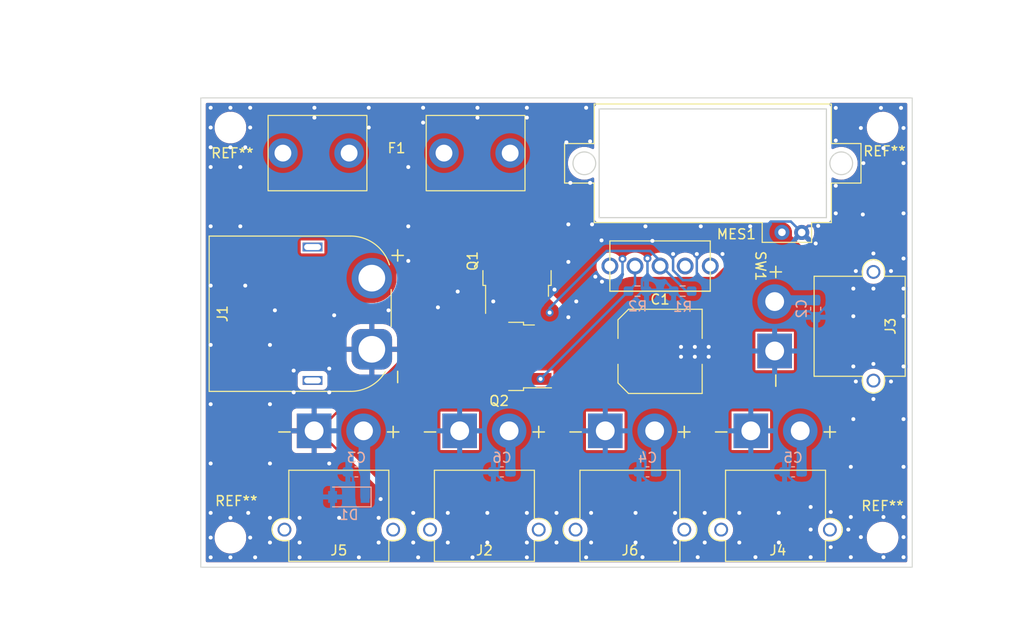
<source format=kicad_pcb>
(kicad_pcb (version 20211014) (generator pcbnew)
  (layers (0 "F.Cu" signal) (31 "B.Cu" signal) (34 "B.Paste" user) (35 "F.Paste" user) (36 "B.SilkS" user "B.Silkscreen") (37 "F.SilkS" user "F.Silkscreen") (38 "B.Mask" user) (39 "F.Mask" user) (44 "Edge.Cuts" user))
  (net 0 "")
  (net 1 "VDD")
  (net 2 "GND")
  (net 3 "+7.5V")
  (net 4 "Net-(F1-Pad2)")
  (net 5 "Net-(Q1-Pad3)")
  (net 6 "Net-(Q2-Pad1)")
  (footprint "MountingHole:MountingHole_2.2mm_M2" (layer "F.Cu") (at 165.92 108.006)
    (fp_text reference "REF**" (at 0 -3.2) (layer "F.SilkS"))
    (fp_text value "MountingHole_2.2mm_M2")
    (pad "" np_thru_hole circle (at 0 0) (size 2.2 2.2) (drill 2.2) (layers F&B.Cu *.Mask))
  )
  (footprint "Connector_AMASS:AMASS_XT30PW-M_1x02_P2.50mm_Horizontal" (layer "F.Cu") (at 137.854 97.201 180)
    (fp_text reference "J6" (at -2.5 -12.105) (layer "F.SilkS"))
    (fp_text value "Conn_01x02_Female")
    (fp_text user "-" (at 3 0) (layer "F.SilkS") (effects (font (size 1.5 1.5))))
    (fp_text user "+" (at -8 0) (layer "F.SilkS") (effects (font (size 1.5 1.5))))
    (pad "" thru_hole circle (at -8 -10 180) (size 1.4 1.4) (drill 1) (layers *.Cu *.Mask))
    (pad "" thru_hole circle (at 3 -10 180) (size 1.4 1.4) (drill 1) (layers *.Cu *.Mask))
    (pad "1" thru_hole rect (at 0 0 180) (size 3.5 3.5) (drill 1.9) (layers *.Cu *.Mask) (net 2 "GND"))
    (pad "2" thru_hole circle (at -5 0 180) (size 3.5 3.5) (drill 1.9) (layers *.Cu *.Mask) (net 1 "VDD"))
  )
  (footprint "MountingHole:MountingHole_2.2mm_M2" (layer "F.Cu") (at 99.92 108.006)
    (fp_text reference "REF**" (at 0.6 -3.7) (layer "F.SilkS"))
    (fp_text value "MountingHole_2.2mm_M2")
    (pad "" np_thru_hole circle (at 0 0) (size 2.2 2.2) (drill 2.2) (layers F&B.Cu *.Mask))
  )
  (footprint "Voltmeter:SuperSmallVoltmeter_twoline" (layer "F.Cu") (at 148.736 70.126)
    (fp_text reference "MES1" (at 2.384 7.18 unlocked) (layer "F.SilkS"))
    (fp_text value "Voltmeter_DC")
    (fp_line (start -11.5 5.5) (end 11.5 5.5) (layer "Edge.Cuts") (width 0.12))
    (fp_line (start 11.5 2) (end 11.5 -2) (layer "Edge.Cuts") (width 0.12))
    (fp_line (start -11.5 2) (end -11.5 5.5) (layer "Edge.Cuts") (width 0.12))
    (fp_line (start 11.5 -5.5) (end -11.5 -5.5) (layer "Edge.Cuts") (width 0.12))
    (fp_line (start -11.5 -5.5) (end -11.5 -2) (layer "Edge.Cuts") (width 0.12))
    (fp_line (start 11.5 5.5) (end 11.5 2) (layer "Edge.Cuts") (width 0.12))
    (fp_line (start -11.5 -2) (end -11.5 2) (layer "Edge.Cuts") (width 0.12))
    (fp_line (start 11.5 -2) (end 11.5 -5.5) (layer "Edge.Cuts") (width 0.12))
    (fp_circle (center -13 0) (end -14.15 0) (layer "Edge.Cuts") (width 0.12) (fill none))
    (fp_circle (center 13 0) (end 11.85 0) (layer "Edge.Cuts") (width 0.12) (fill none))
    (pad "1" thru_hole circle (at 9 7) (size 1.524 1.524) (drill 0.762) (layers *.Cu *.Mask) (net 2 "GND"))
    (pad "2" thru_hole circle (at 7 6.985) (size 1.524 1.524) (drill 0.762) (layers *.Cu *.Mask) (net 1 "VDD"))
  )
  (footprint "Capacitor_SMD:C_Elec_8x10.2" (layer "F.Cu") (at 143.402 89.16)
    (fp_text reference "C1" (at 0 -5.254) (layer "F.SilkS"))
    (fp_text value "C_Polarized")
    (pad "1" smd roundrect (at -3.6 0) (size 4.5 2.1) (layers "F.Cu" "F.Paste" "F.Mask") (roundrect_rratio 0.1190480952) (net 1 "VDD"))
    (pad "2" smd roundrect (at 3.6 0) (size 4.5 2.1) (layers "F.Cu" "F.Paste" "F.Mask") (roundrect_rratio 0.1190480952) (net 2 "GND"))
  )
  (footprint "Connector_AMASS:AMASS_XT30PW-M_1x02_P2.50mm_Horizontal" (layer "F.Cu") (at 152.586 97.201 180)
    (fp_text reference "J4" (at -2.734 -12.105) (layer "F.SilkS"))
    (fp_text value "Conn_01x02_Female")
    (fp_text user "+" (at -8 0) (layer "F.SilkS") (effects (font (size 1.5 1.5))))
    (fp_text user "-" (at 3 0) (layer "F.SilkS") (effects (font (size 1.5 1.5))))
    (pad "" thru_hole circle (at -8 -10 180) (size 1.4 1.4) (drill 1) (layers *.Cu *.Mask))
    (pad "" thru_hole circle (at 3 -10 180) (size 1.4 1.4) (drill 1) (layers *.Cu *.Mask))
    (pad "1" thru_hole rect (at 0 0 180) (size 3.5 3.5) (drill 1.9) (layers *.Cu *.Mask) (net 2 "GND"))
    (pad "2" thru_hole circle (at -5 0 180) (size 3.5 3.5) (drill 1.9) (layers *.Cu *.Mask) (net 1 "VDD"))
  )
  (footprint "Connector_AMASS:AMASS_XT30PW-M_1x02_P2.50mm_Horizontal" (layer "F.Cu") (at 123.122 97.201 180)
    (fp_text reference "J2" (at -2.5 -12.105) (layer "F.SilkS"))
    (fp_text value "Conn_01x02_Female")
    (fp_text user "-" (at 3 0) (layer "F.SilkS") (effects (font (size 1.5 1.5))))
    (fp_text user "+" (at -8 0) (layer "F.SilkS") (effects (font (size 1.5 1.5))))
    (pad "" thru_hole circle (at 3 -10 180) (size 1.4 1.4) (drill 1) (layers *.Cu *.Mask))
    (pad "" thru_hole circle (at -8 -10 180) (size 1.4 1.4) (drill 1) (layers *.Cu *.Mask))
    (pad "1" thru_hole rect (at 0 0 180) (size 3.5 3.5) (drill 1.9) (layers *.Cu *.Mask) (net 2 "GND"))
    (pad "2" thru_hole circle (at -5 0 180) (size 3.5 3.5) (drill 1.9) (layers *.Cu *.Mask) (net 1 "VDD"))
  )
  (footprint "Package_TO_SOT_SMD:TO-252-3_TabPin2" (layer "F.Cu") (at 128.924 80.016 90)
    (fp_text reference "Q1" (at 0 -4.5 90) (layer "F.SilkS"))
    (fp_text value "Q_PMOS_GDS")
    (pad "1" smd rect (at -4.2 -2.28 90) (size 2.2 1.2) (layers "F.Cu" "F.Paste" "F.Mask") (net 2 "GND"))
    (pad "2" smd rect (at -4.2 0 90) (size 2.2 1.2) (layers "F.Cu" "F.Paste" "F.Mask") (net 4 "Net-(F1-Pad2)"))
    (pad "2" smd rect (at 2.1 0 90) (size 6.4 5.8) (layers "F.Cu" "F.Mask") (net 4 "Net-(F1-Pad2)"))
    (pad "3" smd rect (at -4.2 2.28 90) (size 2.2 1.2) (layers "F.Cu" "F.Paste" "F.Mask") (net 5 "Net-(Q1-Pad3)"))
  )
  (footprint "Connector_AMASS:AMASS_XT30PW-M_1x02_P2.50mm_Horizontal" (layer "F.Cu") (at 108.39 97.201 180)
    (fp_text reference "J5" (at -2.5 -12.105) (layer "F.SilkS"))
    (fp_text value "Conn_01x02_Female")
    (fp_text user "+" (at -8 0) (layer "F.SilkS") (effects (font (size 1.5 1.5))))
    (fp_text user "-" (at 3 0) (layer "F.SilkS") (effects (font (size 1.5 1.5))))
    (pad "" thru_hole circle (at 3 -10 180) (size 1.4 1.4) (drill 1) (layers *.Cu *.Mask))
    (pad "" thru_hole circle (at -8 -10 180) (size 1.4 1.4) (drill 1) (layers *.Cu *.Mask))
    (pad "1" thru_hole rect (at 0 0 180) (size 3.5 3.5) (drill 1.9) (layers *.Cu *.Mask) (net 2 "GND"))
    (pad "2" thru_hole circle (at -5 0 180) (size 3.5 3.5) (drill 1.9) (layers *.Cu *.Mask) (net 1 "VDD"))
  )
  (footprint "Connector_AMASS:AMASS_XT30PW-M_1x02_P2.50mm_Horizontal" (layer "F.Cu") (at 154.999 89.12 -90)
    (fp_text reference "J3" (at -2.5 -11.721 90) (layer "F.SilkS"))
    (fp_text value "Conn_01x02_Female")
    (fp_text user "+" (at -8 0 90) (layer "F.SilkS") (effects (font (size 1.5 1.5))))
    (fp_text user "-" (at 3 0 90) (layer "F.SilkS") (effects (font (size 1.5 1.5))))
    (pad "" thru_hole circle (at 3 -10 270) (size 1.4 1.4) (drill 1) (layers *.Cu *.Mask))
    (pad "" thru_hole circle (at -8 -10 270) (size 1.4 1.4) (drill 1) (layers *.Cu *.Mask))
    (pad "1" thru_hole rect (at 0 0 270) (size 3.5 3.5) (drill 1.9) (layers *.Cu *.Mask) (net 2 "GND"))
    (pad "2" thru_hole circle (at -5 0 270) (size 3.5 3.5) (drill 1.9) (layers *.Cu *.Mask) (net 1 "VDD"))
  )
  (footprint "Toggle_Switch:3P_SPDT_5Pin_ToggleSwitch" (layer "F.Cu") (at 143.402 80.524 -90)
    (fp_text reference "SW1" (at 0 -10.16 -90 unlocked) (layer "F.SilkS"))
    (fp_text value "SW_SPDT")
    (pad "1" thru_hole circle (at 0 -2.54 270) (size 1.7 1.7) (drill 1.1) (layers *.Cu *.Mask))
    (pad "2" thru_hole circle (at 0 0 270) (size 1.7 1.7) (drill 1.1) (layers *.Cu *.Mask) (net 5 "Net-(Q1-Pad3)"))
    (pad "3" thru_hole circle (at 0 2.54 270) (size 1.7 1.7) (drill 1.1) (layers *.Cu *.Mask) (net 6 "Net-(Q2-Pad1)"))
    (pad "4" thru_hole circle (at 0 -5.08 270) (size 1.7 1.7) (drill 1.1) (layers *.Cu *.Mask))
    (pad "5" thru_hole circle (at 0 5.08 270) (size 1.7 1.7) (drill 1.1) (layers *.Cu *.Mask))
  )
  (footprint "MountingHole:MountingHole_2.2mm_M2" (layer "F.Cu") (at 165.92 66.506)
    (fp_text reference "REF**" (at 0.2 2.4) (layer "F.SilkS"))
    (fp_text value "MountingHole_2.2mm_M2")
    (pad "" np_thru_hole circle (at 0 0) (size 2.2 2.2) (drill 2.2) (layers F&B.Cu *.Mask))
  )
  (footprint "Fuse:FUC_03A" (layer "F.Cu") (at 116.732 69.094)
    (fp_text reference "F1" (at 0 -0.5 unlocked) (layer "F.SilkS"))
    (fp_text value "Fuse")
    (pad "1" thru_hole circle (at -11.5 0) (size 3 3) (drill 1.7) (layers *.Cu *.Mask) (net 3 "+7.5V"))
    (pad "1" thru_hole circle (at -4.8 0) (size 3 3) (drill 1.7) (layers *.Cu *.Mask) (net 3 "+7.5V"))
    (pad "2" thru_hole circle (at 4.8 0) (size 3 3) (drill 1.7) (layers *.Cu *.Mask) (net 4 "Net-(F1-Pad2)"))
    (pad "2" thru_hole circle (at 11.5 0) (size 3 3) (drill 1.7) (layers *.Cu *.Mask) (net 4 "Net-(F1-Pad2)"))
  )
  (footprint "Package_TO_SOT_SMD:TO-252-3_TabPin2" (layer "F.Cu") (at 127.111 89.669 180)
    (fp_text reference "Q2" (at 0 -4.5) (layer "F.SilkS"))
    (fp_text value "Q_PMOS_GDS")
    (pad "1" smd rect (at -4.2 -2.28 180) (size 2.2 1.2) (layers "F.Cu" "F.Paste" "F.Mask") (net 6 "Net-(Q2-Pad1)"))
    (pad "2" smd rect (at 2.1 0 180) (size 6.4 5.8) (layers "F.Cu" "F.Mask") (net 1 "VDD"))
    (pad "2" smd rect (at -4.2 0 180) (size 2.2 1.2) (layers "F.Cu" "F.Paste" "F.Mask") (net 1 "VDD"))
    (pad "3" smd rect (at -4.2 2.28 180) (size 2.2 1.2) (layers "F.Cu" "F.Paste" "F.Mask") (net 5 "Net-(Q1-Pad3)"))
  )
  (footprint "Connector_AMASS:AMASS_XT60PW-M_1x02_P7.20mm_Horizontal" (layer "F.Cu") (at 114.23 88.95 90)
    (fp_text reference "J1" (at 3.6 -15.11 90) (layer "F.SilkS"))
    (fp_text value "Conn_01x02_Female")
    (fp_text user "+" (at 9.5 2.5 90) (layer "F.SilkS") (effects (font (size 1.5 1.5))))
    (fp_text user "-" (at -2.8 2.5 90) (layer "F.SilkS") (effects (font (size 1.5 1.5))))
    (pad "" thru_hole rect (at -3.15 -6 90) (size 0.9 2) (drill oval 0.6 1.7) (layers *.Cu *.Mask))
    (pad "" thru_hole rect (at 10.35 -6 90) (size 0.9 2) (drill oval 0.6 1.7) (layers *.Cu *.Mask))
    (pad "1" thru_hole roundrect (at 0 0 90) (size 4.1 4.1) (drill 2.7) (layers *.Cu *.Mask) (net 2 "GND"))
    (pad "2" thru_hole circle (at 7.2 0 90) (size 4.1 4.1) (drill 2.7) (layers *.Cu *.Mask) (net 3 "+7.5V"))
  )
  (footprint "MountingHole:MountingHole_2.2mm_M2" (layer "F.Cu") (at 99.92 66.506)
    (fp_text reference "REF**" (at 0.2 2.6) (layer "F.SilkS"))
    (fp_text value "MountingHole_2.2mm_M2")
    (pad "" np_thru_hole circle (at 0 0) (size 2.2 2.2) (drill 2.2) (layers *.Cu *.Mask))
  )
  (footprint "Capacitor_SMD:C_0603_1608Metric_Pad1.08x0.95mm_HandSolder" (layer "B.Cu") (at 142.132 101.352 180)
    (fp_text reference "C4" (at 0 1.43) (layer "B.SilkS") (effects (justify mirror)))
    (fp_text value "C")
    (pad "1" smd roundrect (at -0.8625 0 180) (size 1.075 0.95) (layers "B.Cu" "B.Paste" "B.Mask") (net 1 "VDD"))
    (pad "2" smd roundrect (at 0.8625 0 180) (size 1.075 0.95) (layers "B.Cu" "B.Paste" "B.Mask") (net 2 "GND"))
  )
  (footprint "Resistor_SMD:R_0603_1608Metric_Pad0.98x0.95mm_HandSolder" (layer "B.Cu") (at 145.688 83.064)
    (fp_text reference "R1" (at 0 1.586) (layer "B.SilkS") (effects (justify mirror)))
    (fp_text value "10k")
    (pad "1" smd roundrect (at -0.9125 0) (size 0.975 0.95) (layers "B.Cu" "B.Paste" "B.Mask") (net 2 "GND"))
    (pad "2" smd roundrect (at 0.9125 0) (size 0.975 0.95) (layers "B.Cu" "B.Paste" "B.Mask") (net 5 "Net-(Q1-Pad3)"))
  )
  (footprint "Capacitor_SMD:C_0603_1608Metric_Pad1.08x0.95mm_HandSolder" (layer "B.Cu") (at 159.15 84.842 -90)
    (fp_text reference "C2" (at 0 1.43 90) (layer "B.SilkS") (effects (justify mirror)))
    (fp_text value "C")
    (pad "1" smd roundrect (at -0.8625 0 270) (size 1.075 0.95) (layers "B.Cu" "B.Paste" "B.Mask") (net 1 "VDD"))
    (pad "2" smd roundrect (at 0.8625 0 270) (size 1.075 0.95) (layers "B.Cu" "B.Paste" "B.Mask") (net 2 "GND"))
  )
  (footprint "Capacitor_SMD:C_0603_1608Metric_Pad1.08x0.95mm_HandSolder" (layer "B.Cu") (at 156.864 101.352 180)
    (fp_text reference "C5" (at 0 1.43) (layer "B.SilkS") (effects (justify mirror)))
    (fp_text value "C")
    (pad "1" smd roundrect (at -0.8625 0 180) (size 1.075 0.95) (layers "B.Cu" "B.Paste" "B.Mask") (net 1 "VDD"))
    (pad "2" smd roundrect (at 0.8625 0 180) (size 1.075 0.95) (layers "B.Cu" "B.Paste" "B.Mask") (net 2 "GND"))
  )
  (footprint "Capacitor_SMD:C_0603_1608Metric_Pad1.08x0.95mm_HandSolder" (layer "B.Cu") (at 112.668 101.352 180)
    (fp_text reference "C3" (at 0 1.43) (layer "B.SilkS") (effects (justify mirror)))
    (fp_text value "C")
    (pad "1" smd roundrect (at -0.8625 0 180) (size 1.075 0.95) (layers "B.Cu" "B.Paste" "B.Mask") (net 1 "VDD"))
    (pad "2" smd roundrect (at 0.8625 0 180) (size 1.075 0.95) (layers "B.Cu" "B.Paste" "B.Mask") (net 2 "GND"))
  )
  (footprint "Capacitor_SMD:C_0603_1608Metric_Pad1.08x0.95mm_HandSolder" (layer "B.Cu") (at 127.4 101.352 180)
    (fp_text reference "C6" (at 0 1.43) (layer "B.SilkS") (effects (justify mirror)))
    (fp_text value "C")
    (pad "1" smd roundrect (at -0.8625 0 180) (size 1.075 0.95) (layers "B.Cu" "B.Paste" "B.Mask") (net 1 "VDD"))
    (pad "2" smd roundrect (at 0.8625 0 180) (size 1.075 0.95) (layers "B.Cu" "B.Paste" "B.Mask") (net 2 "GND"))
  )
  (footprint "Diode_SMD:D_SOD-123" (layer "B.Cu") (at 111.906 103.892 180)
    (fp_text reference "D1" (at 0 -1.814) (layer "B.SilkS") (effects (justify mirror)))
    (fp_text value "D")
    (pad "1" smd rect (at -1.65 0 180) (size 0.9 1.2) (layers "B.Cu" "B.Paste" "B.Mask") (net 1 "VDD"))
    (pad "2" smd rect (at 1.65 0 180) (size 0.9 1.2) (layers "B.Cu" "B.Paste" "B.Mask") (net 2 "GND"))
  )
  (footprint "Resistor_SMD:R_0603_1608Metric_Pad0.98x0.95mm_HandSolder" (layer "B.Cu") (at 141.116 83.064 180)
    (fp_text reference "R2" (at -0.009 -1.536) (layer "B.SilkS") (effects (justify mirror)))
    (fp_text value "10k")
    (pad "1" smd roundrect (at -0.9125 0 180) (size 0.975 0.95) (layers "B.Cu" "B.Paste" "B.Mask") (net 2 "GND"))
    (pad "2" smd roundrect (at 0.9125 0 180) (size 0.975 0.95) (layers "B.Cu" "B.Paste" "B.Mask") (net 6 "Net-(Q2-Pad1)"))
  )
  (gr_rect (start 96.92 63.506) (end 168.92 111.006) (layer "Edge.Cuts") (width 0.1) (fill none))
  (segment (start 142.304 101.651) (end 155.549 101.651) (width 5) (layer "F.Cu") (net 1))
  (segment (start 158.899 84.12) (end 159.449 84.67) (width 5) (layer "F.Cu") (net 1))
  (segment (start 154.324 79.545) (end 159.449 84.67) (width 2.5) (layer "F.Cu") (net 1))
  (segment (start 148.552 93.986) (end 148.136 93.57) (width 2.5) (layer "F.Cu") (net 1))
  (segment (start 124.86 92.751) (end 126.146873 92.751) (width 5) (layer "F.Cu") (net 1))
  (segment (start 147.785138 84.12) (end 143.616 84.12) (width 2) (layer "F.Cu") (net 1))
  (segment (start 146.756825 85.17) (end 159.076 85.17) (width 4) (layer "F.Cu") (net 1))
  (segment (start 150.716 85.91) (end 150.716 90.650162) (width 2.5) (layer "F.Cu") (net 1))
  (segment (start 155.736 77.111) (end 155.736 80.908127) (width 2) (layer "F.Cu") (net 1))
  (segment (start 154.999 84.12) (end 152.524127 84.12) (width 2.5) (layer "F.Cu") (net 1))
  (segment (start 143.780071 94.110071) (end 145.688 96.018) (width 5) (layer "F.Cu") (net 1))
  (segment (start 154.999 84.12) (end 158.899 84.12) (width 5) (layer "F.Cu") (net 1))
  (segment (start 159.449 95.338) (end 157.586 97.201) (width 5) (layer "F.Cu") (net 1))
  (segment (start 142.304 92.751) (end 135.111 92.751) (width 5) (layer "F.Cu") (net 1))
  (segment (start 148.136 93.57) (end 148.136 92.91) (width 5) (layer "F.Cu") (net 1))
  (segment (start 142.854 97.201) (end 147.304 101.651) (width 5) (layer "F.Cu") (net 1))
  (segment (start 126.664 88.016) (end 127.4 88.016) (width 5) (layer "F.Cu") (net 1))
  (segment (start 157.586 97.201) (end 157.586 94.726127) (width 2.5) (layer "F.Cu") (net 1))
  (segment (start 148.136 91.66) (end 149.706162 91.66) (width 2.5) (layer "F.Cu") (net 1))
  (segment (start 142.304 92.751) (end 142.304 101.651) (width 5) (layer "F.Cu") (net 1))
  (segment (start 155.736 77.111) (end 154.794138 77.111) (width 2) (layer "F.Cu") (net 1))
  (segment (start 128.122 101.101) (end 128.122 97.201) (width 5) (layer "F.Cu") (net 1))
  (segment (start 151.799 92.32) (end 159.008 92.32) (width 2.5) (layer "F.Cu") (net 1))
  (segment (start 159.449 81.90163) (end 159.449 84.67) (width 2) (layer "F.Cu") (net 1))
  (segment (start 118.672 101.651) (end 118.672 95.256) (width 5) (layer "F.Cu") (net 1))
  (segment (start 150.798999 90.567163) (end 150.798999 85.91) (width 2.5) (layer "F.Cu") (net 1))
  (segment (start 131.711 95.249) (end 127.572 95.249) (width 5) (layer "F.Cu") (net 1))
  (segment (start 142.302001 86.62) (end 143.012001 85.91) (width 4) (layer "F.Cu") (net 1))
  (segment (start 159.449 84.67) (end 159.449 92.761) (width 5) (layer "F.Cu") (net 1))
  (segment (start 143.616 84.12) (end 142.302001 85.433999) (width 5) (layer "F.Cu") (net 1))
  (segment (start 127.4 88.016) (end 127.272 88.144) (width 5) (layer "F.Cu") (net 1))
  (segment (start 125.181 89.839) (end 132.325824 89.839) (width 2.5) (layer "F.Cu") (net 1))
  (segment (start 133.863 93.999) (end 135.111 92.751) (width 2.5) (layer "F.Cu") (net 1))
  (segment (start 149.706162 91.66) (end 150.798999 90.567163) (width 2.5) (layer "F.Cu") (net 1))
  (segment (start 157.77237 81.90163) (end 156.729503 81.90163) (width 2) (layer "F.Cu") (net 1))
  (segment (start 152.524127 84.12) (end 151.799 84.845127) (width 2.5) (layer "F.Cu") (net 1))
  (segment (start 155.605873 80.778) (end 155.736 80.908127) (width 2.5) (layer "F.Cu") (net 1))
  (segment (start 134.941 89.839) (end 135.111 89.669) (width 2.5) (layer "F.Cu") (net 1))
  (segment (start 124.905 101.651) (end 127.572 101.651) (width 5) (layer "F.Cu") (net 1))
  (segment (start 126.146873 92.751) (end 127.4 94.004127) (width 5) (layer "F.Cu") (net 1))
  (segment (start 152.546 81.667) (end 152.546 80.778) (width 2.5) (layer "F.Cu") (net 1))
  (segment (start 125.011 91.632) (end 128.122 94.743) (width 5) (layer "F.Cu") (net 1))
  (segment (start 142.854 93.301) (end 142.304 92.751) (width 5) (layer "F.Cu") (net 1))
  (segment (start 145.688 96.018) (end 148.136 93.57) (width 5) (layer "F.Cu") (net 1))
  (segment (start 125.011 89.669) (end 125.181 89.839) (width 2.5) (layer "F.Cu") (net 1))
  (segment (start 142.052 86.870001) (end 142.052 91.181929) (width 5) (layer "F.Cu") (net 1))
  (segment (start 123.486 88.144) (end 122.447 88.144) (width 5) (layer "F.Cu") (net 1))
  (segment (start 142.854 97.201) (end 142.854 92.212) (width 5) (layer "F.Cu") (net 1))
  (segment (start 154.999 84.12) (end 152.546 81.667) (width 2.5) (layer "F.Cu") (net 1))
  (segment (start 122.447 88.144) (end 119.399 91.192) (width 5) (layer "F.Cu") (net 1))
  (segment (start 125.011 89.669) (end 123.486 88.144) (width 5) (layer "F.Cu") (net 1))
  (segment (start 148.136 101.444) (end 147.929 101.651) (width 5) (layer "F.Cu") (net 1))
  (segment (start 118.672 92.751) (end 124.86 92.751) (width 5) (layer "F.Cu") (net 1))
  (segment (start 157.586 94.726127) (end 156.845873 93.986) (width 2.5) (layer "F.Cu") (net 1))
  (segment (start 155.736 77.111) (end 155.736 78.18863) (width 2) (layer "F.Cu") (net 1))
  (segment (start 142.302001 85.433999) (end 142.302001 86.62) (width 5) (layer "F.Cu") (net 1))
  (segment (start 155.736 77.111) (end 155.736 77.900688) (width 2) (layer "F.Cu") (net 1))
  (segment (start 135.111 89.669) (end 140.66 84.12) (width 5) (layer "F.Cu") (net 1))
  (segment (start 128.849127 93.999) (end 133.863 93.999) (width 2.5) (layer "F.Cu") (net 1))
  (segment (start 143.780071 92.91) (end 148.136 92.91) (width 5) (layer "F.Cu") (net 1))
  (segment (start 127.572 101.651) (end 128.122 101.101) (width 5) (layer "F.Cu") (net 1))
  (segment (start 159.449 81.613688) (end 159.449 84.67) (width 2) (layer "F.Cu") (net 1))
  (segment (start 131.311 89.669) (end 129.685 89.669) (width 2) (layer "F.Cu") (net 1))
  (segment (start 147.304 101.651) (end 157.036 101.651) (width 5) (layer "F.Cu") (net 1))
  (segment (start 135.111 92.751) (end 135.111 89.669) (width 5) (layer "F.Cu") (net 1))
  (segment (start 142.052 91.181929) (end 143.780071 92.91) (width 5) (layer "F.Cu") (net 1))
  (segment (start 143.012001 85.91) (end 146.016825 85.91) (width 4) (layer "F.Cu") (net 1))
  (segment (start 132.943 101.651) (end 133.404 101.19) (width 5) (layer "F.Cu") (net 1))
  (segment (start 156.845873 93.986) (end 148.552 93.986) (width 2.5) (layer "F.Cu") (net 1))
  (segment (start 142.304 101.651) (end 142.854 101.101) (width 5) (layer "F.Cu") (net 1))
  (segment (start 148.136 92.91) (end 148.136 91.66) (width 2.5) (layer "F.Cu") (net 1))
  (segment (start 159.449 84.797) (end 159.449 83.57826) (width 5) (layer "F.Cu") (net 1))
  (segment (start 133.404 101.19) (end 133.404 95.249) (width 5) (layer "F.Cu") (net 1))
  (segment (start 142.854 97.201) (end 142.854 93.301) (width 5) (layer "F.Cu") (net 1))
  (segment (start 129.685 89.669) (end 129.855 89.839) (width 2.5) (layer "F.Cu") (net 1))
  (segment (start 119.399 91.192) (end 123.488 91.192) (width 5) (layer "F.Cu") (net 1))
  (segment (start 132.181 95.719) (end 131.711 95.249) (width 5) (layer "F.Cu") (net 1))
  (segment (start 155.605873 80.535873) (end 154.324 79.254) (width 2.5) (layer "F.Cu") (net 1))
  (segment (start 157.036 101.651) (end 157.036 93.57) (width 5) (layer "F.Cu") (net 1))
  (segment (start 142.854 101.101) (end 142.854 97.201) (width 5) (layer "F.Cu") (net 1))
  (segment (start 155.736 77.900688) (end 159.449 81.613688) (width 2) (layer "F.Cu") (net 1))
  (segment (start 127.572 101.651) (end 132.181 101.651) (width 5) (layer "F.Cu") (net 1))
  (segment (start 125.011 89.669) (end 126.664 88.016) (width 5) (layer "F.Cu") (net 1))
  (segment (start 128.122 97.201) (end 128.122 94.726127) (width 5) (layer "F.Cu") (net 1))
  (segment (start 146.016825 85.91) (end 150.716 85.91) (width 4) (layer "F.Cu") (net 1))
  (segment (start 143.780071 92.91) (end 143.780071 94.110071) (width 5) (layer "F.Cu") (net 1))
  (segment (start 132.181 101.651) (end 132.943 101.651) (width 5) (layer "F.Cu") (net 1))
  (segment (start 142.302001 86.62) (end 142.052 86.870001) (width 5) (layer "F.Cu") (net 1))
  (segment (start 159.008 92.32) (end 159.449 92.761) (width 2.5) (layer "F.Cu") (net 1))
  (segment (start 124.905 101.651) (end 118.672 101.651) (width 5) (layer "F.Cu") (net 1))
  (segment (start 151.799 84.845127) (end 151.799 92.32) (width 2.5) (layer "F.Cu") (net 1))
  (segment (start 150.716 85.91) (end 150.798999 85.91) (width 4) (layer "F.Cu") (net 1))
  (segment (start 131.311 89.669) (end 139.293 89.669) (width 2) (layer "F.Cu") (net 1))
  (segment (start 128.122 94.726127) (end 127.4 94.004127) (width 5) (layer "F.Cu") (net 1))
  (segment (start 150.798999 85.91) (end 151.049 86.160001) (width 4) (layer "F.Cu") (net 1))
  (segment (start 142.854 92.212) (end 139.802 89.16) (width 5) (layer "F.Cu") (net 1))
  (segment (start 159.076 85.17) (end 159.449 84.797) (width 4) (layer "F.Cu") (net 1))
  (segment (start 118.672 95.256) (end 118.672 92.751) (width 5) (layer "F.Cu") (net 1))
  (segment (start 159.449 92.761) (end 159.449 99.238) (width 5) (layer "F.Cu") (net 1))
  (segment (start 159.449 83.57826) (end 157.77237 81.90163) (width 5) (layer "F.Cu") (net 1))
  (segment (start 127.4 94.004127) (end 127.4 88.016) (width 5) (layer "F.Cu") (net 1))
  (segment (start 132.181 101.651) (end 132.181 95.719) (width 5) (layer "F.Cu") (net 1))
  (segment (start 125.011 89.669) (end 125.011 91.632) (width 5) (layer "F.Cu") (net 1))
  (segment (start 146.016825 85.91) (end 146.756825 85.17) (width 4) (layer "F.Cu") (net 1))
  (segment (start 127.572 95.249) (end 127.572 101.651) (width 5) (layer "F.Cu") (net 1))
  (segment (start 113.39 97.201) (end 119.399 91.192) (width 5) (layer "F.Cu") (net 1))
  (segment (start 113.39 97.201) (end 117.84 101.651) (width 5) (layer "F.Cu") (net 1))
  (segment (start 159.449 84.797) (end 159.449 97.751) (width 5) (layer "F.Cu") (net 1))
  (segment (start 159.449 92.761) (end 159.449 95.338) (width 5) (layer "F.Cu") (net 1))
  (segment (start 159.449 81.90163) (end 157.77237 81.90163) (width 2) (layer "F.Cu") (net 1))
  (segment (start 150.716 90.650162) (end 149.706162 91.66) (width 2.5) (layer "F.Cu") (net 1))
  (segment (start 128.122 94.743) (end 128.122 97.201) (width 5) (layer "F.Cu") (net 1))
  (segment (start 139.293 89.669) (end 139.802 89.16) (width 2) (layer "F.Cu") (net 1))
  (segment (start 159.449 84.67) (end 159.449 84.797) (width 5) (layer "F.Cu") (net 1))
  (segment (start 143.616 84.12) (end 154.999 84.12) (width 5) (layer "F.Cu") (net 1))
  (segment (start 152.546 80.778) (end 155.605873 80.778) (width 2.5) (layer "F.Cu") (net 1))
  (segment (start 148.136 92.91) (end 148.136 101.444) (width 5) (layer "F.Cu") (net 1))
  (segment (start 128.122 94.726127) (end 128.849127 93.999) (width 2.5) (layer "F.Cu") (net 1))
  (segment (start 132.181 101.651) (end 142.304 101.651) (width 5) (layer "F.Cu") (net 1))
  (segment (start 157.586 99.614) (end 155.549 101.651) (width 5) (layer "F.Cu") (net 1))
  (segment (start 117.84 101.651) (end 124.905 101.651) (width 5) (layer "F.Cu") (net 1))
  (segment (start 140.66 84.12) (end 143.616 84.12) (width 5) (layer "F.Cu") (net 1))
  (segment (start 159.449 99.238) (end 157.036 101.651) (width 5) (layer "F.Cu") (net 1))
  (segment (start 159.449 97.751) (end 157.586 99.614) (width 5) (layer "F.Cu") (net 1))
  (segment (start 159.449 81.90163) (end 159.449 84.797) (width 2) (layer "F.Cu") (net 1))
  (segment (start 155.736 80.908127) (end 152.524127 84.12) (width 2) (layer "F.Cu") (net 1))
  (segment (start 129.685 89.669) (end 125.011 89.669) (width 2) (layer "F.Cu") (net 1))
  (segment (start 129.855 89.839) (end 134.941 89.839) (width 2.5) (layer "F.Cu") (net 1))
  (segment (start 155.605873 80.778) (end 155.605873 80.535873) (width 2.5) (layer "F.Cu") (net 1))
  (segment (start 157.586 97.201) (end 157.586 99.614) (width 5) (layer "F.Cu") (net 1))
  (segment (start 139.293 89.669) (end 135.111 89.669) (width 5) (layer "F.Cu") (net 1))
  (segment (start 154.794138 77.111) (end 147.785138 84.12) (width 2) (layer "F.Cu") (net 1))
  (segment (start 123.488 91.192) (end 125.011 89.669) (width 5) (layer "F.Cu") (net 1))
  (segment (start 127.272 88.144) (end 122.447 88.144) (width 5) (layer "F.Cu") (net 1))
  (segment (start 156.729503 81.90163) (end 155.736 80.908127) (width 2) (layer "F.Cu") (net 1))
  (segment (start 155.736 78.18863) (end 159.449 81.90163) (width 2) (layer "F.Cu") (net 1))
  (segment (start 154.324 79.254) (end 154.324 79.545) (width 2.5) (layer "F.Cu") (net 1))
  (segment (start 113.39 97.201) (end 113.39 101.2115) (width 1) (layer "B.Cu") (net 1))
  (segment (start 142.9945 97.3415) (end 142.854 97.201) (width 1) (layer "B.Cu") (net 1))
  (segment (start 128.2625 101.352) (end 128.2625 97.3415) (width 1) (layer "B.Cu") (net 1))
  (segment (start 155.1395 83.9795) (end 154.999 84.12) (width 1) (layer "B.Cu") (net 1))
  (segment (start 159.15 83.9795) (end 155.1395 83.9795) (width 1) (layer "B.Cu") (net 1))
  (segment (start 157.7265 101.352) (end 157.7265 97.3415) (width 1) (layer "B.Cu") (net 1))
  (segment (start 142.9945 101.352) (end 142.9945 97.3415) (width 1) (layer "B.Cu") (net 1))
  (segment (start 157.7265 97.3415) (end 157.586 97.201) (width 1) (layer "B.Cu") (net 1))
  (segment (start 113.556 103.892) (end 113.556 97.367) (width 1) (layer "B.Cu") (net 1))
  (segment (start 113.556 97.367) (end 113.39 97.201) (width 1) (layer "B.Cu") (net 1))
  (segment (start 113.39 101.2115) (end 113.5305 101.352) (width 1) (layer "B.Cu") (net 1))
  (segment (start 128.2625 97.3415) (end 128.122 97.201) (width 1) (layer "B.Cu") (net 1))
  (segment (start 125.72 84.906) (end 125.12 84.906) (width 0.25) (layer "F.Cu") (net 2))
  (segment (start 158.366 76.46) (end 157.736 77.09) (width 0.25) (layer "F.Cu") (net 2))
  (segment (start 126.52 84.106) (end 125.92 83.506) (width 0.25) (layer "F.Cu") (net 2))
  (segment (start 157.736 77.09) (end 157.736 77.126) (width 0.25) (layer "F.Cu") (net 2))
  (segment (start 159.404 76.46) (end 158.366 76.46) (width 0.25) (layer "F.Cu") (net 2))
  (segment (start 108.815 97.201) (end 110.92 99.306) (width 0.25) (layer "F.Cu") (net 2))
  (segment (start 108.39 97.201) (end 108.825 97.201) (width 0.25) (layer "F.Cu") (net 2))
  (segment (start 125.92 83.506) (end 125.32 83.506) (width 0.25) (layer "F.Cu") (net 2))
  (segment (start 126.52 84.106) (end 125.72 84.906) (width 0.25) (layer "F.Cu") (net 2))
  (segment (start 108.39 97.201) (end 108.815 97.201) (width 0.25) (layer "F.Cu") (net 2))
  (segment (start 108.825 97.201) (end 110.92 95.106) (width 0.25) (layer "F.Cu") (net 2))
  (via (at 141.92 76.506) (size 0.8) (drill 0.4) (layers "F.Cu" "B.Cu") (net 2))
  (via (at 145.52 89.706) (size 0.8) (drill 0.4) (layers "F.Cu" "B.Cu") (net 2))
  (via (at 99.92 106.006) (size 0.8) (drill 0.4) (layers "F.Cu" "B.Cu") (net 2))
  (via (at 163.214 81.032) (size 0.8) (drill 0.4) (layers "F.Cu" "B.Cu") (net 2))
  (via (at 97.92 110.006) (size 0.8) (drill 0.4) (layers "F.Cu" "B.Cu") (net 2))
  (via (at 159.15 78.238) (size 0.8) (drill 0.4) (layers "F.Cu" "B.Cu") (net 2))
  (via (at 137.52 82.106) (size 0.8) (drill 0.4) (layers "F.Cu" "B.Cu") (net 2))
  (via (at 144.92 105.506) (size 0.8) (drill 0.4) (layers "F.Cu" "B.Cu") (net 2))
  (via (at 113.92 64.506) (size 0.8) (drill 0.4) (layers "F.Cu" "B.Cu") (net 2))
  (via (at 99.92 110.006) (size 0.8) (drill 0.4) (layers "F.Cu" "B.Cu") (net 2))
  (via (at 163.722 107.956) (size 0.8) (drill 0.4) (layers "F.Cu" "B.Cu") (net 2))
  (via (at 136.42 108.506) (size 0.8) (drill 0.4) (layers "F.Cu" "B.Cu") (net 2))
  (via (at 136.32 67.906) (size 0.8) (drill 0.4) (layers "F.Cu" "B.Cu") (net 2))
  (via (at 129.92 110.006) (size 0.8) (drill 0.4) (layers "F.Cu" "B.Cu") (net 2))
  (via (at 162.706 105.924) (size 0.8) (drill 0.4) (layers "F.Cu" "B.Cu") (net 2))
  (via (at 168.04 109.988) (size 0.8) (drill 0.4) (layers "F.Cu" "B.Cu") (net 2))
  (via (at 103.92 100.506) (size 0.8) (drill 0.4) (layers "F.Cu" "B.Cu") (net 2))
  (via (at 160.674 108.972) (size 0.8) (drill 0.4) (layers "F.Cu" "B.Cu") (net 2))
  (via (at 134.92 84.106) (size 0.8) (drill 0.4) (layers "F.Cu" "B.Cu") (net 2))
  (via (at 163.214 92.208) (size 0.8) (drill 0.4) (layers "F.Cu" "B.Cu") (net 2))
  (via (at 114.92 106.006) (size 0.8) (drill 0.4) (layers "F.Cu" "B.Cu") (net 2))
  (via (at 163.92 75.306) (size 0.8) (drill 0.4) (layers "F.Cu" "B.Cu") (net 2))
  (via (at 168.04 96.018) (size 0.8) (drill 0.4) (layers "F.Cu" "B.Cu") (net 2))
  (via (at 147.92 105.506) (size 0.8) (drill 0.4) (layers "F.Cu" "B.Cu") (net 2))
  (via (at 136.42 105.506) (size 0.8) (drill 0.4) (layers "F.Cu" "B.Cu") (net 2))
  (via (at 162.96 96.018) (size 0.8) (drill 0.4) (layers "F.Cu" "B.Cu") (net 2))
  (via (at 158.642 109.988) (size 0.8) (drill 0.4) (layers "F.Cu" "B.Cu") (net 2))
  (via (at 118.42 105.506) (size 0.8) (drill 0.4) (layers "F.Cu" "B.Cu") (net 2))
  (via (at 163.976 70.11) (size 0.8) (drill 0.4) (layers "F.Cu" "B.Cu") (net 2))
  (via (at 97.92 82.506) (size 0.8) (drill 0.4) (layers "F.Cu" "B.Cu") (net 2))
  (via (at 120.92 84.706) (size 0.8) (drill 0.4) (layers "F.Cu" "B.Cu") (net 2))
  (via (at 134.12 80.106) (size 0.8) (drill 0.4) (layers "F.Cu" "B.Cu") (net 2))
  (via (at 164.992 93.986) (size 0.8) (drill 0.4) (layers "F.Cu" "B.Cu") (net 2))
  (via (at 125.92 105.506) (size 0.8) (drill 0.4) (layers "F.Cu" "B.Cu") (net 2))
  (via (at 104.42 85.006) (size 0.8) (drill 0.4) (layers "F.Cu" "B.Cu") (net 2))
  (via (at 151.42 108.506) (size 0.8) (drill 0.4) (layers "F.Cu" "B.Cu") (net 2))
  (via (at 101.92 108.006) (size 0.8) (drill 0.4) (layers "F.Cu" "B.Cu") (net 2))
  (via (at 129.92 65.506) (size 0.8) (drill 0.4) (layers "F.Cu" "B.Cu") (net 2))
  (via (at 168.04 100.844) (size 0.8) (drill 0.4) (layers "F.Cu" "B.Cu") (net 2))
  (via (at 102.42 110.006) (size 0.8) (drill 0.4) (layers "F.Cu" "B.Cu") (net 2))
  (via (at 158.642 104.908) (size 0.8) (drill 0.4) (layers "F.Cu" "B.Cu") (net 2))
  (via (at 97.92 100.506) (size 0.8) (drill 0.4) (layers "F.Cu" "B.Cu") (net 2))
  (via (at 100.92 70.506) (size 0.8) (drill 0.4) (layers "F.Cu" "B.Cu") (net 2))
  (via (at 97.92 68.506) (size 0.8) (drill 0.4) (layers "F.Cu" "B.Cu") (net 2))
  (via (at 106.32 91.106) (size 0.8) (drill 0.4) (layers "F.Cu" "B.Cu") (net 2))
  (via (at 168.04 85.604) (size 0.8) (drill 0.4) (layers "F.Cu" "B.Cu") (net 2))
  (via (at 112.92 110.006) (size 0.8) (drill 0.4) (layers "F.Cu" "B.Cu") (net 2))
  (via (at 164.992 90.43) (size 0.8) (drill 0.4) (layers "F.Cu" "B.Cu") (net 2))
  (via (at 101.42 82.506) (size 0.8) (drill 0.4) (layers "F.Cu" "B.Cu") (net 2))
  (via (at 122.92 83.106) (size 0.8) (drill 0.4) (layers "F.Cu" "B.Cu") (net 2))
  (via (at 141.624 109.988) (size 0.8) (drill 0.4) (layers "F.Cu" "B.Cu") (net 2))
  (via (at 129.92 105.506) (size 0.8) (drill 0.4) (layers "F.Cu" "B.Cu") (net 2))
  (via (at 168.04 75.19) (size 0.8) (drill 0.4) (layers "F.Cu" "B.Cu") (net 2))
  (via (at 168.04 70.11) (size 0.8) (drill 0.4) (layers "F.Cu" "B.Cu") (net 2))
  (via (at 97.92 108.006) (size 0.8) (drill 0.4) (layers "F.Cu" "B.Cu") (net 2))
  (via (at 168.04 79.762) (size 0.8) (drill 0.4) (layers "F.Cu" "B.Cu") (net 2))
  (via (at 97.92 66.506) (size 0.8) (drill 0.4) (layers "F.Cu" "B.Cu") (net 2))
  (via (at 109.92 93.306) (size 0.8) (drill 0.4) (layers "F.Cu" "B.Cu") (net 2))
  (via (at 132.72 82.906) (size 0.8) (drill 0.4) (layers "F.Cu" "B.Cu") (net 2))
  (via (at 160.674 105.416) (size 0.8) (drill 0.4) (layers "F.Cu" "B.Cu") (net 2))
  (via (at 117.92 76.506) (size 0.8) (drill 0.4) (layers "F.Cu" "B.Cu") (net 2))
  (via (at 137.475 77.925) (size 0.8) (drill 0.4) (layers "F.Cu" "B.Cu") (net 2))
  (via (at 97.92 64.506) (size 0.8) (drill 0.4) (layers "F.Cu" "B.Cu") (net 2))
  (via (at 155.42 105.506) (size 0.8) (drill 0.4) (layers "F.Cu" "B.Cu") (net 2))
  (via (at 142.625 77.975) (size 0.8) (drill 0.4) (layers "F.Cu" "B.Cu") (net 2))
  (via (at 135.92 64.506) (size 0.8) (drill 0.4) (layers "F.Cu" "B.Cu") (net 2))
  (via (at 121.92 105.506) (size 0.8) (drill 0.4) (layers "F.Cu" "B.Cu") (net 2))
  (via (at 119.42 66.006) (size 0.8) (drill 0.4) (layers "F.Cu" "B.Cu") (net 2))
  (via (at 166.77 81.032) (size 0.8) (drill 0.4) (layers "F.Cu" "B.Cu") (net 2))
  (via (at 140.92 105.506) (size 0.8) (drill 0.4) (layers "F.Cu" "B.Cu") (net 2))
  (via (at 148.32 89.706) (size 0.8) (drill 0.4) (layers "F.Cu" "B.Cu") (net 2))
  (via (at 124.42 110.006) (size 0.8) (drill 0.4) (layers "F.Cu" "B.Cu") (net 2))
  (via (at 106.32 93.306) (size 0.8) (drill 0.4) (layers "F.Cu" "B.Cu") (net 2))
  (via (at 115.92 85.006) (size 0.8) (drill 0.4) (layers "F.Cu" "B.Cu") (net 2))
  (via (at 132.92 105.506) (size 0.8) (drill 0.4) (layers "F.Cu" "B.Cu") (net 2))
  (via (at 148.32 88.706) (size 0.8) (drill 0.4) (layers "F.Cu" "B.Cu") (net 2))
  (via (at 114.92 108.506) (size 0.8) (drill 0.4) (layers "F.Cu" "B.Cu") (net 2))
  (via (at 144.72 79.306) (size 0.8) (drill 0.4) (layers "F.Cu" "B.Cu") (net 2))
  (via (at 117.92 80.006) (size 0.8) (drill 0.4) (layers "F.Cu" "B.Cu") (net 2))
  (via (at 124.92 65.506) (size 0.8) (drill 0.4) (layers "F.Cu" "B.Cu") (net 2))
  (via (at 158.642 107.194) (size 0.8) (drill 0.4) (layers "F.Cu" "B.Cu") (net 2))
  (via (at 155.42 108.506) (size 0.8) (drill 0.4) (layers "F.Cu" "B.Cu") (net 2))
  (via (at 134.32 72.106) (size 0.8) (drill 0.4) (layers "F.Cu" "B.Cu") (net 2))
  (via (at 118.42 108.506) (size 0.8) (drill 0.4) (layers "F.Cu" "B.Cu") (net 2))
  (via (at 100.92 76.506) (size 0.8) (drill 0.4) (layers "F.Cu" "B.Cu") (net 2))
  (via (at 103.92 88.506) (size 0.8) (drill 0.4) (layers "F.Cu" "B.Cu") (net 2))
  (via (at 134.12 76.306) (size 0.8) (drill 0.4) (layers "F.Cu" "B.Cu") (net 2))
  (via (at 132.92 108.506) (size 0.8) (drill 0.4) (layers "F.Cu" "B.Cu") (net 2))
  (via (at 118.92 110.006) (size 0.8) (drill 0.4) (layers "F.Cu" "B.Cu") (net 2))
  (via (at 97.92 88.506) (size 0.8) (drill 0.4) (layers "F.Cu" "B.Cu") (net 2))
  (via (at 117.92 70.506) (size 0.8) (drill 0.4) (layers "F.Cu" "B.Cu") (net 2))
  (via (at 99.92 64.506) (size 0.8) (drill 0.4) (layers "F.Cu" "B.Cu") (net 2))
  (via (at 129.92 64.506) (size 0.8) (drill 0.4) (layers "F.Cu" "B.Cu") (net 2))
  (via (at 113.92 66.506) (size 0.8) (drill 0.4) (layers "F.Cu" "B.Cu") (net 2))
  (via (at 168.04 105.924) (size 0.8) (drill 0.4) (layers "F.Cu" "B.Cu") (net 2))
  (via (at 159.404 76.46) (size 0.8) (drill 0.4) (layers "F.Cu" "B.Cu") (net 2))
  (via (at 162.706 100.844) (size 0.8) (drill 0.4) (layers "F.Cu" "B.Cu") (net 2))
  (via (at 101.92 64.506) (size 0.8) (drill 0.4) (layers "F.Cu" "B.Cu") (net 2))
  (via (at 109.92 100.506) (size 0.8) (drill 0.4) (layers "F.Cu" "B.Cu") (net 2))
  (via (at 108.42 65.506) (size 0.8) (drill 0.4) (layers "F.Cu" "B.Cu") (net 2))
  (via (at 106.92 106.006) (size 0.8) (drill 0.4) (layers "F.Cu" "B.Cu") (net 2))
  (via (at 140.92 108.506) (size 0.8) (drill 0.4) (layers "F.Cu" "B.Cu") (net 2))
  (via (at 139.6 79.8) (size 0.8) (drill 0.4) (layers "F.Cu" "B.Cu") (net 2))
  (via (at 165.754 64.522) (size 0.8) (drill 0.4) (layers "F.Cu" "B.Cu") (net 2))
  (via (at 161.182 67.824) (size 0.8) (drill 0.4) (layers "F.Cu" "B.Cu") (net 2))
  (via (at 101.42 68.506) (size 0.8) (drill 0.4) (layers "F.Cu" "B.Cu") (net 2))
  (via (at 136.52 76.306) (size 0.8) (drill 0.4) (layers "F.Cu" "B.Cu") (net 2))
  (via (at 147.12 79.306) (size 0.8) (drill 0.4) (layers "F.Cu" "B.Cu") (net 2))
  (via (at 168.04 107.956) (size 0.8) (drill 0.4) (layers "F.Cu" "B.Cu") (net 2))
  (via (at 124.92 64.506) (size 0.8) (drill 0.4) (layers "F.Cu" "B.Cu") (net 2))
  (via (at 101.92 66.506) (size 0.8) (drill 0.4) (layers "F.Cu" "B.Cu") (net 2))
  (via (at 115.12 104.106) (size 0.8) (drill 0.4) (layers "F.Cu" "B.Cu") (net 2))
  (via (at 145.52 88.706) (size 0.8) (drill 0.4) (layers "F.Cu" "B.Cu") (net 2))
  (via (at 136.85 81.6) (size 0.8) (drill 0.4) (layers "F.Cu" "B.Cu") (net 2))
  (via (at 144.92 108.506) (size 0.8) (drill 0.4) (layers "F.Cu" "B.Cu") (net 2))
  (via (at 168.04 90.684) (size 0.8) (drill 0.4) (layers "F.Cu" "B.Cu") (net 2))
  (via (at 108.42 64.506) (size 0.8) (drill 0.4) (layers "F.Cu" "B.Cu") (net 2))
  (via (at 153.054 109.988) (size 0.8) (drill 0.4) (layers "F.Cu" "B.Cu") (net 2))
  (via (at 133.92 68.006) (size 0.8) (drill 0.4) (layers "F.Cu" "B.Cu") (net 2))
  (via (at 162.96 82.81) (size 0.8) (drill 0.4) (layers "F.Cu" "B.Cu") (net 2))
  (via (at 129.92 108.506) (size 0.8) (drill 0.4) (layers "F.Cu" "B.Cu") (net 2))
  (via (at 97.92 94.506) (size 0.8) (drill 0.4) (layers "F.Cu" "B.Cu") (net 2))
  (via (at 147.92 108.506) (size 0.8) (drill 0.4) (layers "F.Cu" "B.Cu") (net 2))
  (via (at 147.212 109.988) (size 0.8) (drill 0.4) (layers "F.Cu" "B.Cu") (net 2))
  (via (at 163.722 66.554) (size 0.8) (drill 0.4) (layers "F.Cu" "B.Cu") (net 2))
  (via (at 161.182 64.522) (size 0.8) (drill 0.4) (layers "F.Cu" "B.Cu") (net 2))
  (via (at 103.92 108.506) (size 0.8) (drill 0.4) (layers "F.Cu" "B.Cu") (net 2))
  (via (at 166.008 109.988) (size 0.8) (drill 0.4) (layers "F.Cu" "B.Cu") (net 2))
  (via (at 166.77 92.208) (size 0.8) (drill 0.4) (layers "F.Cu" "B.Cu") (net 2))
  (via (at 162.96 90.684) (size 0.8) (drill 0.4) (layers "F.Cu" "B.Cu") (net 2))
  (via (at 134.12 85.706) (size 0.8) (drill 0.4) (layers "F.Cu" "B.Cu") (net 2))
  (via (at 146.92 88.706) (size 0.8) (drill 0.4) (layers "F.Cu" "B.Cu") (net 2))
  (via (at 161.182 72.396) (size 0.8) (drill 0.4) (layers "F.Cu" "B.Cu") (net 2))
  (via (at 168.04 82.81) (size 0.8) (drill 0.4) (layers "F.Cu" "B.Cu") (net 2))
  (via (at 149.72 79.306) (size 0.8) (drill 0.4) (layers "F.Cu" "B.Cu") (net 2))
  (via (at 142.125 79.75) (size 0.8) (drill 0.4) (layers "F.Cu" "B.Cu") (net 2))
  (via (at 109.92 90.906) (size 0.8) (drill 0.4) (layers "F.Cu" "B.Cu") (net 2))
  (via (at 164.992 79.254) (size 0.8) (drill 0.4) (layers "F.Cu" "B.Cu") (net 2))
  (via (at 147.52 76.506) (size 0.8) (drill 0.4) (layers "F.Cu" "B.Cu") (net 2))
  (via (at 162.96 85.604) (size 0.8) (drill 0.4) (layers "F.Cu" "B.Cu") (net 2))
  (via (at 166.008 68.586) (size 0.8) (drill 0.4) (layers "F.Cu" "B.Cu") (net 2))
  (via (at 152.52 76.506) (size 0.8) (drill 0.4) (layers "F.Cu" "B.Cu") (net 2))
  (via (at 125.92 108.506) (size 0.8) (drill 0.4) (layers "F.Cu" "B.Cu") (net 2))
  (via (at 167.786 64.522) (size 0.8) (drill 0.4) (layers "F.Cu" "B.Cu") (net 2))
  (via (at 106.92 108.506) (size 0.8) (drill 0.4) (layers "F.Cu" "B.Cu") (net 2))
  (via (at 103.92 94.506) (size 0.8) (drill 0.4) (layers "F.Cu" "B.Cu") (net 2))
  (via (at 119.42 64.506) (size 0.8) (drill 0.4) (layers "F.Cu" "B.Cu") (net 2))
  (via (at 135.92 110.006) (size 0.8) (drill 0.4) (layers "F.Cu" "B.Cu") (net 2))
  (via (at 168.04 66.554) (size 0.8) (drill 0.4) (layers "F.Cu" "B.Cu") (net 2))
  (via (at 166.008 105.924) (size 0.8) (drill 0.4) (layers "F.Cu" "B.Cu") (net 2))
  (via (at 162.706 109.988) (size 0.8) (drill 0.4) (layers "F.Cu" "B.Cu") (net 2))
  (via (at 164.992 82.81) (size 0.8) (drill 0.4) (layers "F.Cu" "B.Cu") (net 2))
  (via (at 126.52 84.106) (size 0.8) (drill 0.4) (layers "F.Cu" "B.Cu") (net 2))
  (via (at 151.42 105.506) (size 0.8) (drill 0.4) (layers "F.Cu" "B.Cu") (net 2))
  (via (at 97.92 105.506) (size 0.8) (drill 0.4) (layers "F.Cu" "B.Cu") (net 2))
  (via (at 97.92 76.506) (size 0.8) (drill 0.4) (layers "F.Cu" "B.Cu") (net 2))
  (via (at 136.32 72.106) (size 0.8) (drill 0.4) (layers "F.Cu" "B.Cu") (net 2))
  (via (at 162.452 107.194) (size 0.8) (drill 0.4) (layers "F.Cu" "B.Cu") (net 2))
  (via (at 101.72 105.506) (size 0.8) (drill 0.4) (layers "F.Cu" "B.Cu") (net 2))
  (via (at 99.92 68.506) (size 0.8) (drill 0.4) (layers "F.Cu" "B.Cu") (net 2))
  (via (at 103.92 106.006) (size 0.8) (drill 0.4) (layers "F.Cu" "B.Cu") (net 2))
  (via (at 110.42 85.506) (size 0.8) (drill 0.4) (layers "F.Cu" "B.Cu") (net 2))
  (via (at 110.92 106.006) (size 0.8) (drill 0.4) (layers "F.Cu" "B.Cu") (net 2))
  (via (at 121.92 108.506) (size 0.8) (drill 0.4) (layers "F.Cu" "B.Cu") (net 2))
  (via (at 106.92 110.006) (size 0.8) (drill 0.4) (layers "F.Cu" "B.Cu") (net 2))
  (via (at 97.92 70.506) (size 0.8) (drill 0.4) (layers "F.Cu" "B.Cu") (net 2))
  (via (at 146.92 89.706) (size 0.8) (drill 0.4) (layers "F.Cu" "B.Cu") (net 2))
  (via (at 161.182 75.19) (size 0.8) (drill 0.4) (layers "F.Cu" "B.Cu") (net 2))
  (segment (start 112.12 100.706) (end 112.12 100.106) (width 0.25) (layer "B.Cu") (net 2))
  (segment (start 144.72 79.306) (end 144.72 80.963701) (width 0.25) (layer "B.Cu") (net 2))
  (segment (start 144.7755 82.9255) (end 143.85 82) (width 0.25) (layer "B.Cu") (net 2))
  (segment (start 126.566 101.352) (end 127.52 102.306) (width 0.25) (layer "B.Cu") (net 2))
  (segment (start 141.575 82.825) (end 141.575 81.9) (width 0.25) (layer "B.Cu") (net 2))
  (segment (start 111.8055 101.352) (end 111.8055 101.3915) (width 0.25) (layer "B.Cu") (net 2))
  (segment (start 156.0015 101.352) (end 156.0015 101.3875) (width 0.25) (layer "B.Cu") (net 2))
  (segment (start 159.15 85.7045) (end 159.1185 85.7045) (width 0.25) (layer "B.Cu") (net 2))
  (segment (start 144.839 83.064) (end 145.725 83.95) (width 0.25) (layer "B.Cu") (net 2))
  (segment (start 111.8055 101.352) (end 111.8055 101.0205) (width 0.25) (layer "B.Cu") (net 2))
  (segment (start 156.0015 101.352) (end 156.074 101.352) (width 0.25) (layer "B.Cu") (net 2))
  (segment (start 144.7755 83.064) (end 144.839 83.064) (width 0.25) (layer "B.Cu") (net 2))
  (segment (start 146.676 81.95) (end 145.706299 81.95) (width 0.25) (layer "B.Cu") (net 2))
  (segment (start 154.602 76.024) (end 154.32 76.306) (width 0.25) (layer "B.Cu") (net 2))
  (segment (start 139.6 81.325) (end 138.819 82.106) (width 0.25) (layer "B.Cu") (net 2))
  (segment (start 146.927 81.699) (end 147.12 81.506) (width 0.25) (layer "B.Cu") (net 2))
  (segment (start 156.074 101.352) (end 156.52 100.906) (width 0.25) (layer "B.Cu") (net 2))
  (segment (start 112.32 101.906) (end 112.32 102.506) (width 0.25) (layer "B.Cu") (net 2))
  (segment (start 141.2695 101.352) (end 141.2695 101.4555) (width 0.25) (layer "B.Cu") (net 2))
  (segment (start 139.6 79.8) (end 139.6 81.325) (width 0.25) (layer "B.Cu") (net 2))
  (segment (start 144.7755 83.064) (end 144.7755 82.9255) (width 0.25) (layer "B.Cu") (net 2))
  (segment (start 158.52 85.106) (end 157.92 85.106) (width 0.25) (layer "B.Cu") (net 2))
  (segment (start 141.814 83.064) (end 141.575 82.825) (width 0.25) (layer "B.Cu") (net 2))
  (segment (start 142.0285 83.064) (end 141.611 83.064) (width 0.25) (layer "B.Cu") (net 2))
  (segment (start 142.125 79.75) (end 142.125 82.9675) (width 0.25) (layer "B.Cu") (net 2))
  (segment (start 147.12 79.306) (end 147.12 81.506) (width 0.25) (layer "B.Cu") (net 2))
  (segment (start 144.7755 83.064) (end 144.7755 83.8505) (width 0.25) (layer "B.Cu") (net 2))
  (segment (start 159.404 76.46) (end 158.402 76.46) (width 0.25) (layer "B.Cu") (net 2))
  (segment (start 159.15 85.7045) (end 159.15 85.676) (width 0.25) (layer "B.Cu") (net 2))
  (segment (start 127.12 100.906) (end 127.12 100.106) (width 0.25) (layer "B.Cu") (net 2))
  (segment (start 159.1185 85.7045) (end 158.52 85.106) (width 0.25) (layer "B.Cu") (net 2))
  (segment (start 142.0285 83.064) (end 141.814 83.064) (width 0.25) (layer "B.Cu") (net 2))
  (segment (start 126.5375 101.352) (end 126.566 101.352) (width 0.25) (layer "B.Cu") (net 2))
  (segment (start 156.634 76.024) (end 154.602 76.024) (width 0.25) (layer "B.Cu") (net 2))
  (segment (start 111.8055 101.3915) (end 112.32 101.906) (width 0.25) (layer "B.Cu") (net 2))
  (segment (start 126.674 101.352) (end 127.12 100.906) (width 0.25) (layer "B.Cu") (net 2))
  (segment (start 141.92 100.906) (end 141.92 100.106) (width 0.25) (layer "B.Cu") (net 2))
  (segment (start 158.402 76.46) (end 157.736 77.126) (width 0.25) (layer "B.Cu") (net 2))
  (segment (start 144.72 80.963701) (end 145.455299 81.699) (width 0.25) (layer "B.Cu") (net 2))
  (segment (start 144.7755 83.8505) (end 144.32 84.306) (width 0.25) (layer "B.Cu") (net 2))
  (segment (start 147.12 81.506) (end 146.676 81.95) (width 0.25) (layer "B.Cu") (net 2))
  (segment (start 141.575 81.9) (end 141.6 81.875) (width 0.25) (layer "B.Cu") (net 2))
  (segment (start 141.611 83.064) (end 140.5 84.175) (width 0.25) (layer "B.Cu") (net 2))
  (segment (start 141.474 101.352) (end 141.92 100.906) (width 0.25) (layer "B.Cu") (net 2))
  (segment (start 141.2695 101.352) (end 141.474 101.352) (width 0.25) (layer "B.Cu") (net 2))
  (segment (start 111.8055 101.0205) (end 112.12 100.706) (width 0.25) (layer "B.Cu") (net 2))
  (segment (start 126.5375 101.352) (end 126.674 101.352) (width 0.25) (layer "B.Cu") (net 2))
  (segment (start 145.706299 81.95) (end 145.455299 81.699) (width 0.25) (layer "B.Cu") (net 2))
  (segment (start 138.819 82.106) (end 137.52 82.106) (width 0.25) (layer "B.Cu") (net 2))
  (segment (start 142.125 82.9675) (end 142.0285 83.064) (width 0.25) (layer "B.Cu") (net 2))
  (segment (start 156.52 100.906) (end 156.52 99.906) (width 0.25) (layer "B.Cu") (net 2))
  (segment (start 159.15 85.676) (end 160.32 84.506) (width 0.25) (layer "B.Cu") (net 2))
  (segment (start 156.0015 101.3875) (end 156.92 102.306) (width 0.25) (layer "B.Cu") (net 2))
  (segment (start 157.736 77.126) (end 156.634 76.024) (width 0.25) (layer "B.Cu") (net 2))
  (segment (start 141.2695 101.4555) (end 142.12 102.306) (width 0.25) (layer "B.Cu") (net 2))
  (segment (start 104.53 75.45) (end 104.53 75.688) (width 5) (layer "F.Cu") (net 3))
  (segment (start 105.232 69.094) (end 114.16 78.022) (width 5) (layer "F.Cu") (net 3))
  (segment (start 114.23 81.75) (end 111.93 79.45) (width 5) (layer "F.Cu") (net 3))
  (segment (start 106.064 81.75) (end 114.23 81.75) (width 5) (layer "F.Cu") (net 3))
  (segment (start 111.914 75.434) (end 104.546 75.434) (width 5) (layer "F.Cu") (net 3))
  (segment (start 114.23 71.392) (end 111.932 69.094) (width 5) (layer "F.Cu") (net 3))
  (segment (start 105.232 69.094) (end 111.932 69.094) (width 5) (layer "F.Cu") (net 3))
  (segment (start 104.53 80.216) (end 104.53 69.796) (width 5) (layer "F.Cu") (net 3))
  (segment (start 104.53 69.796) (end 105.232 69.094) (width 5) (layer "F.Cu") (net 3))
  (segment (start 114.23 78.022) (end 114.23 71.392) (width 5) (layer "F.Cu") (net 3))
  (segment (start 114.16 78.022) (end 114.23 78.022) (width 5) (layer "F.Cu") (net 3))
  (segment (start 104.546 75.434) (end 104.53 75.45) (width 5) (layer "F.Cu") (net 3))
  (segment (start 104.53 80.216) (end 106.064 81.75) (width 5) (layer "F.Cu") (net 3))
  (segment (start 114.23 81.75) (end 114.23 78.022) (width 5) (layer "F.Cu") (net 3))
  (segment (start 111.93 75.45) (end 111.914 75.434) (width 5) (layer "F.Cu") (net 3))
  (segment (start 111.93 79.45) (end 111.93 75.45) (width 5) (layer "F.Cu") (net 3))
  (segment (start 124.03 77.916) (end 128.924 77.916) (width 5) (layer "F.Cu") (net 4))
  (segment (start 125.622 80.416) (end 130.194 80.416) (width 5) (layer "F.Cu") (net 4))
  (segment (start 121.532 69.094) (end 121.532 75.418) (width 5) (layer "F.Cu") (net 4))
  (segment (start 128.232 69.094) (end 128.232 77.224) (width 5) (layer "F.Cu") (net 4))
  (segment (start 121.532 76.326) (end 121.532 75.418) (width 5) (layer "F.Cu") (net 4))
  (segment (start 128.924 77.916) (end 128.924 77.984) (width 5) (layer "F.Cu") (net 4))
  (segment (start 121.532 75.418) (end 124.03 77.916) (width 5) (layer "F.Cu") (net 4))
  (segment (start 130.194 80.016) (end 130.194 80.416) (width 5) (layer "F.Cu") (net 4))
  (segment (start 126.492 80.416) (end 125.622 80.416) (width 5) (layer "F.Cu") (net 4))
  (segment (start 121.532 69.094) (end 125.368 69.094) (width 5) (layer "F.Cu") (net 4))
  (segment (start 125.368 76.578) (end 124.03 77.916) (width 5) (layer "F.Cu") (net 4))
  (segment (start 125.368 69.094) (end 128.232 69.094) (width 5) (layer "F.Cu") (net 4))
  (segment (start 130.702 69.856) (end 130.702 79.508) (width 5) (layer "F.Cu") (net 4))
  (segment (start 128.924 77.984) (end 126.492 80.416) (width 5) (layer "F.Cu") (net 4))
  (segment (start 128.232 69.094) (end 129.94 69.094) (width 5) (layer "F.Cu") (net 4))
  (segment (start 130.702 79.508) (end 130.194 80.016) (width 5) (layer "F.Cu") (net 4))
  (segment (start 128.232 77.224) (end 128.924 77.916) (width 5) (layer "F.Cu") (net 4))
  (segment (start 129.94 69.094) (end 130.702 69.856) (width 5) (layer "F.Cu") (net 4))
  (segment (start 125.368 69.094) (end 125.368 76.578) (width 5) (layer "F.Cu") (net 4))
  (segment (start 128.924 84.216) (end 128.924 77.916) (width 2) (layer "F.Cu") (net 4))
  (segment (start 125.622 80.416) (end 121.532 76.326) (width 5) (layer "F.Cu") (net 4))
  (segment (start 132.226 85.238) (end 131.204 84.216) (width 2) (layer "F.Cu") (net 5))
  (segment (start 131.21 84.222) (end 131.21 87.288) (width 2) (layer "F.Cu") (net 5))
  (segment (start 131.21 87.288) (end 131.311 87.389) (width 2) (layer "F.Cu") (net 5))
  (segment (start 131.204 84.216) (end 131.21 84.222) (width 2) (layer "F.Cu") (net 5))
  (segment (start 132.226 86.62) (end 132.226 85.238) (width 2) (layer "F.Cu") (net 5))
  (segment (start 131.311 87.389) (end 131.457 87.389) (width 2) (layer "F.Cu") (net 5))
  (segment (start 131.457 87.389) (end 132.226 86.62) (width 2) (layer "F.Cu") (net 5))
  (via (at 132.226 85.238) (size 0.8) (drill 0.4) (layers "F.Cu" "B.Cu") (net 5))
  (segment (start 138 79) (end 132.226 84.774) (width 0.25) (layer "B.Cu") (net 5))
  (segment (start 132.226 84.774) (end 132.226 85.238) (width 0.25) (layer "B.Cu") (net 5))
  (segment (start 143.402 80.002) (end 142.4 79) (width 0.25) (layer "B.Cu") (net 5))
  (segment (start 143.402 80.524) (end 143.402 80.002) (width 0.25) (layer "B.Cu") (net 5))
  (segment (start 143.402 80.524) (end 143.518495 80.524) (width 0.25) (layer "B.Cu") (net 5))
  (segment (start 146.058495 83.064) (end 146.6005 83.064) (width 0.25) (layer "B.Cu") (net 5))
  (segment (start 143.518495 80.524) (end 146.058495 83.064) (width 0.25) (layer "B.Cu") (net 5))
  (segment (start 142.4 79) (end 138 79) (width 0.25) (layer "B.Cu") (net 5))
  (via (at 131.311 91.949) (size 0.8) (drill 0.4) (layers "F.Cu" "B.Cu") (net 6))
  (segment (start 140.862 82.4055) (end 140.2035 83.064) (width 0.25) (layer "B.Cu") (net 6))
  (segment (start 140.196 83.064) (end 131.311 91.949) (width 0.25) (layer "B.Cu") (net 6))
  (segment (start 140.862 80.524) (end 140.862 82.4055) (width 0.25) (layer "B.Cu") (net 6))
  (segment (start 140.2035 83.064) (end 140.196 83.064) (width 0.25) (layer "B.Cu") (net 6))
  (zone (net 2) (net_name "GND") (layers F&B.Cu) (connect_pads (clearance 0.508)) (min_thickness 0.254) (fill yes (thermal_gap 0.508) (thermal_bridge_width 0.508))
    (polygon (pts (xy 180.232 117.862) (xy 76.6 117.862) (xy 76.6 53.6) (xy 180.232 53.6)))
  )
  (zone (net 0) (net_name "") (layer "B.Cu") (connect_pads (clearance 0)) (min_thickness 0.254)
    (keepout (tracks not_allowed) (vias not_allowed) (pads not_allowed) (copperpour not_allowed) (footprints allowed))
    (fill (thermal_gap 0.508) (thermal_bridge_width 0.508))
    (polygon (pts (xy 140.025 81.425) (xy 139.4 82.45) (xy 139.8 81.275)))
  )
)
</source>
